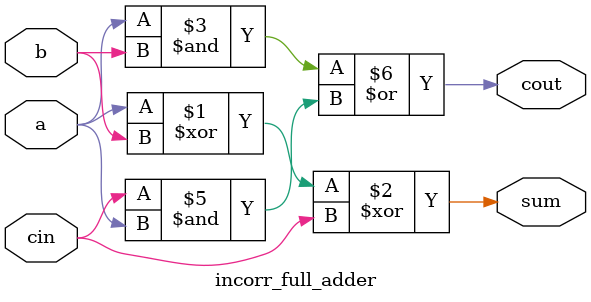
<source format=v>
module incorr_full_adder(a,b,cin,sum,cout);
input a,b,cin;
output sum,cout;
assign sum = a^b^cin;
assign cout = a&b|cin&(a|1'b0); 
// initial begin
//     $display("The incorrect adder with or0 having in2/0");
// end   
endmodule
</source>
